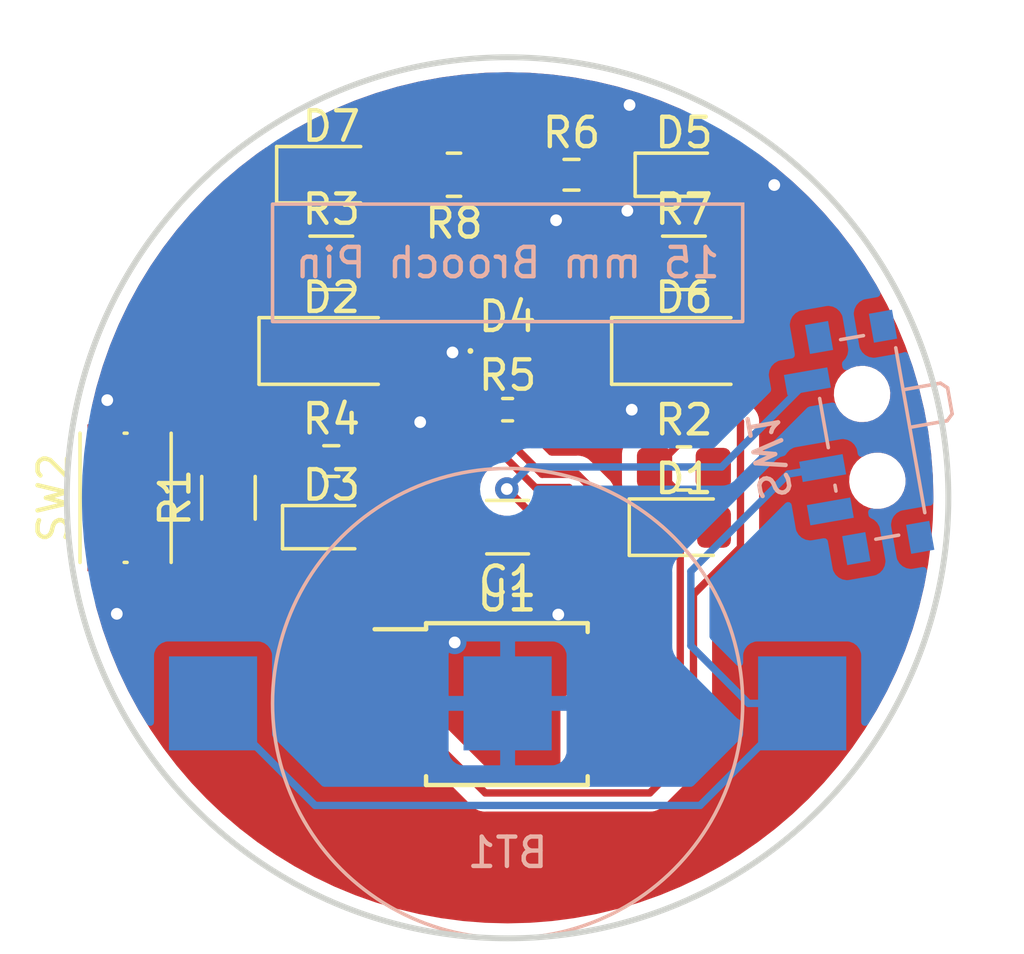
<source format=kicad_pcb>
(kicad_pcb (version 20211014) (generator pcbnew)
  (layers (0 "F.Cu" signal) (31 "B.Cu" signal) (34 "B.Paste" user) (35 "F.Paste" user) (36 "B.SilkS" user "B.Silkscreen") (37 "F.SilkS" user "F.Silkscreen") (38 "B.Mask" user) (39 "F.Mask" user) (44 "Edge.Cuts" user))
  (net 0 "")
  (net 1 "Net-(BT1-Pad1)")
  (net 2 "GND")
  (net 3 "+3V3")
  (net 4 "Net-(D1-Pad2)")
  (net 5 "Net-(D2-Pad2)")
  (net 6 "Net-(D3-Pad2)")
  (net 7 "Net-(D4-Pad2)")
  (net 8 "Net-(D5-Pad2)")
  (net 9 "Net-(D6-Pad2)")
  (net 10 "Net-(D7-Pad2)")
  (net 11 "/Dice_Button")
  (net 12 "/LED_4")
  (net 13 "/LED_6")
  (net 14 "/LED_2")
  (net 15 "/LED_1")
  (footprint "Capacitor_SMD:C_1206_3216Metric_Pad1.33x1.80mm_HandSolder" (layer "F.Cu") (at 100 51 180)
    (fp_text reference "C1" (at 0 -1.85) (layer "F.SilkS"))
    (fp_text value "2u2")
    (fp_line (start -0.711252 0.91) (end 0.711252 0.91) (layer "F.SilkS") (width 0.12))
    (fp_line (start -0.711252 -0.91) (end 0.711252 -0.91) (layer "F.SilkS") (width 0.12))
    (pad "1" smd roundrect (at -1.5625 0 180) (size 1.325 1.8) (layers "F.Cu" "F.Paste" "F.Mask") (roundrect_rratio 0.188679) (net 3 "+3V3"))
    (pad "2" smd roundrect (at 1.5625 0 180) (size 1.325 1.8) (layers "F.Cu" "F.Paste" "F.Mask") (roundrect_rratio 0.188679) (net 2 "GND"))
  )
  (footprint "Resistor_SMD:R_0805_2012Metric_Pad1.20x1.40mm_HandSolder" (layer "F.Cu") (at 106 49)
    (fp_text reference "R2" (at 0 -1.65) (layer "F.SilkS"))
    (fp_text value "180")
    (fp_line (start -0.227064 0.735) (end 0.227064 0.735) (layer "F.SilkS") (width 0.12))
    (fp_line (start -0.227064 -0.735) (end 0.227064 -0.735) (layer "F.SilkS") (width 0.12))
    (pad "1" smd roundrect (at -1 0) (size 1.2 1.4) (layers "F.Cu" "F.Paste" "F.Mask") (roundrect_rratio 0.208333) (net 12 "/LED_4"))
    (pad "2" smd roundrect (at 1 0) (size 1.2 1.4) (layers "F.Cu" "F.Paste" "F.Mask") (roundrect_rratio 0.208333) (net 4 "Net-(D1-Pad2)"))
  )
  (footprint "Diode_SMD:D_0603_1608Metric_Pad1.05x0.95mm_HandSolder" (layer "F.Cu") (at 106 39)
    (fp_text reference "D5" (at 0 -1.43) (layer "F.SilkS"))
    (fp_text value "Green")
    (fp_line (start 0.8 -0.735) (end -1.66 -0.735) (layer "F.SilkS") (width 0.12))
    (fp_line (start -1.66 0.735) (end 0.8 0.735) (layer "F.SilkS") (width 0.12))
    (fp_line (start -1.66 -0.735) (end -1.66 0.735) (layer "F.SilkS") (width 0.12))
    (pad "1" smd roundrect (at -0.875 0) (size 1.05 0.95) (layers "F.Cu" "F.Paste" "F.Mask") (net 2 "GND"))
    (pad "2" smd roundrect (at 0.875 0) (size 1.05 0.95) (layers "F.Cu" "F.Paste" "F.Mask") (net 8 "Net-(D5-Pad2)"))
  )
  (footprint "Resistor_SMD:R_1206_3216Metric_Pad1.30x1.75mm_HandSolder" (layer "F.Cu") (at 94 42)
    (fp_text reference "R3" (at 0 -1.82) (layer "F.SilkS"))
    (fp_text value "120")
    (fp_line (start -0.727064 0.91) (end 0.727064 0.91) (layer "F.SilkS") (width 0.12))
    (fp_line (start -0.727064 -0.91) (end 0.727064 -0.91) (layer "F.SilkS") (width 0.12))
    (pad "1" smd roundrect (at -1.55 0) (size 1.3 1.75) (layers "F.Cu" "F.Paste" "F.Mask") (roundrect_rratio 0.192308) (net 13 "/LED_6"))
    (pad "2" smd roundrect (at 1.55 0) (size 1.3 1.75) (layers "F.Cu" "F.Paste" "F.Mask") (roundrect_rratio 0.192308) (net 5 "Net-(D2-Pad2)"))
  )
  (footprint "Diode_SMD:D_0402_1005Metric_Pad0.77x0.64mm_HandSolder" (layer "F.Cu") (at 100 45)
    (fp_text reference "D4" (at 0 -1.17) (layer "F.SilkS"))
    (fp_text value "Blue")
    (fp_circle (center -1.265 0) (end -1.215 0) (layer "F.SilkS") (width 0.1) (fill none))
    (pad "1" smd roundrect (at -0.5725 0) (size 0.765 0.64) (layers "F.Cu" "F.Paste" "F.Mask") (net 2 "GND"))
    (pad "2" smd roundrect (at 0.5725 0) (size 0.765 0.64) (layers "F.Cu" "F.Paste" "F.Mask") (net 7 "Net-(D4-Pad2)"))
  )
  (footprint "Button_Switch_SMD:SW_Push_1P1T_NO_CK_KMR2" (layer "F.Cu") (at 87 50 90)
    (fp_text reference "SW2" (at 0 -2.45 90) (layer "F.SilkS"))
    (fp_text value "Dice Roll")
    (fp_line (start -2.2 0.05) (end -2.2 -0.05) (layer "F.SilkS") (width 0.12))
    (fp_line (start 2.2 -1.55) (end -2.2 -1.55) (layer "F.SilkS") (width 0.12))
    (fp_line (start -2.2 1.55) (end 2.2 1.55) (layer "F.SilkS") (width 0.12))
    (fp_line (start 2.2 0.05) (end 2.2 -0.05) (layer "F.SilkS") (width 0.12))
    (pad "1" smd rect (at 2.05 -0.8 90) (size 0.9 1) (layers "F.Cu" "F.Paste" "F.Mask") (net 11 "/Dice_Button"))
    (pad "1" smd rect (at -2.05 -0.8 90) (size 0.9 1) (layers "F.Cu" "F.Paste" "F.Mask") (net 11 "/Dice_Button"))
    (pad "2" smd rect (at 2.05 0.8 90) (size 0.9 1) (layers "F.Cu" "F.Paste" "F.Mask") (net 3 "+3V3"))
    (pad "2" smd rect (at -2.05 0.8 90) (size 0.9 1) (layers "F.Cu" "F.Paste" "F.Mask") (net 3 "+3V3"))
  )
  (footprint "Resistor_SMD:R_0603_1608Metric_Pad0.98x0.95mm_HandSolder" (layer "F.Cu") (at 94 48.75)
    (fp_text reference "R4" (at 0 -1.43) (layer "F.SilkS"))
    (fp_text value "120")
    (fp_line (start -0.254724 0.5225) (end 0.254724 0.5225) (layer "F.SilkS") (width 0.12))
    (fp_line (start -0.254724 -0.5225) (end 0.254724 -0.5225) (layer "F.SilkS") (width 0.12))
    (pad "1" smd roundrect (at -0.9125 0) (size 0.975 0.95) (layers "F.Cu" "F.Paste" "F.Mask") (net 14 "/LED_2"))
    (pad "2" smd roundrect (at 0.9125 0) (size 0.975 0.95) (layers "F.Cu" "F.Paste" "F.Mask") (net 6 "Net-(D3-Pad2)"))
  )
  (footprint "Diode_SMD:D_1206_3216Metric_Pad1.42x1.75mm_HandSolder" (layer "F.Cu") (at 94 45)
    (fp_text reference "D2" (at 0 -1.82) (layer "F.SilkS"))
    (fp_text value "Yellow")
    (fp_line (start -2.46 1.135) (end 1.6 1.135) (layer "F.SilkS") (width 0.12))
    (fp_line (start 1.6 -1.135) (end -2.46 -1.135) (layer "F.SilkS") (width 0.12))
    (fp_line (start -2.46 -1.135) (end -2.46 1.135) (layer "F.SilkS") (width 0.12))
    (pad "1" smd roundrect (at -1.4875 0) (size 1.425 1.75) (layers "F.Cu" "F.Paste" "F.Mask") (roundrect_rratio 0.175439) (net 2 "GND"))
    (pad "2" smd roundrect (at 1.4875 0) (size 1.425 1.75) (layers "F.Cu" "F.Paste" "F.Mask") (roundrect_rratio 0.175439) (net 5 "Net-(D2-Pad2)"))
  )
  (footprint "Diode_SMD:D_0805_2012Metric_Pad1.15x1.40mm_HandSolder" (layer "F.Cu") (at 106 51)
    (fp_text reference "D1" (at 0 -1.65) (layer "F.SilkS"))
    (fp_text value "Red")
    (fp_line (start -1.86 -0.96) (end -1.86 0.96) (layer "F.SilkS") (width 0.12))
    (fp_line (start 1 -0.96) (end -1.86 -0.96) (layer "F.SilkS") (width 0.12))
    (fp_line (start -1.86 0.96) (end 1 0.96) (layer "F.SilkS") (width 0.12))
    (pad "1" smd roundrect (at -1.025 0) (size 1.15 1.4) (layers "F.Cu" "F.Paste" "F.Mask") (roundrect_rratio 0.217391) (net 2 "GND"))
    (pad "2" smd roundrect (at 1.025 0) (size 1.15 1.4) (layers "F.Cu" "F.Paste" "F.Mask") (roundrect_rratio 0.217391) (net 4 "Net-(D1-Pad2)"))
  )
  (footprint "Resistor_SMD:R_0805_2012Metric_Pad1.20x1.40mm_HandSolder" (layer "F.Cu") (at 98.175 39 180)
    (fp_text reference "R8" (at 0 -1.65) (layer "F.SilkS"))
    (fp_text value "180")
    (fp_line (start -0.227064 -0.735) (end 0.227064 -0.735) (layer "F.SilkS") (width 0.12))
    (fp_line (start -0.227064 0.735) (end 0.227064 0.735) (layer "F.SilkS") (width 0.12))
    (pad "1" smd roundrect (at -1 0 180) (size 1.2 1.4) (layers "F.Cu" "F.Paste" "F.Mask") (roundrect_rratio 0.208333) (net 12 "/LED_4"))
    (pad "2" smd roundrect (at 1 0 180) (size 1.2 1.4) (layers "F.Cu" "F.Paste" "F.Mask") (roundrect_rratio 0.208333) (net 10 "Net-(D7-Pad2)"))
  )
  (footprint "Diode_SMD:D_0805_2012Metric_Pad1.15x1.40mm_HandSolder" (layer "F.Cu") (at 94 39)
    (fp_text reference "D7" (at 0 -1.65) (layer "F.SilkS"))
    (fp_text value "Red")
    (fp_line (start -1.86 0.96) (end 1 0.96) (layer "F.SilkS") (width 0.12))
    (fp_line (start -1.86 -0.96) (end -1.86 0.96) (layer "F.SilkS") (width 0.12))
    (fp_line (start 1 -0.96) (end -1.86 -0.96) (layer "F.SilkS") (width 0.12))
    (pad "1" smd roundrect (at -1.025 0) (size 1.15 1.4) (layers "F.Cu" "F.Paste" "F.Mask") (roundrect_rratio 0.217391) (net 2 "GND"))
    (pad "2" smd roundrect (at 1.025 0) (size 1.15 1.4) (layers "F.Cu" "F.Paste" "F.Mask") (roundrect_rratio 0.217391) (net 10 "Net-(D7-Pad2)"))
  )
  (footprint "Resistor_SMD:R_1206_3216Metric_Pad1.30x1.75mm_HandSolder" (layer "F.Cu") (at 90.5 50 90)
    (fp_text reference "R1" (at 0 -1.82 90) (layer "F.SilkS"))
    (fp_text value "10k")
    (fp_line (start -0.727064 0.91) (end 0.727064 0.91) (layer "F.SilkS") (width 0.12))
    (fp_line (start -0.727064 -0.91) (end 0.727064 -0.91) (layer "F.SilkS") (width 0.12))
    (pad "1" smd roundrect (at -1.55 0 90) (size 1.3 1.75) (layers "F.Cu" "F.Paste" "F.Mask") (roundrect_rratio 0.192308) (net 11 "/Dice_Button"))
    (pad "2" smd roundrect (at 1.55 0 90) (size 1.3 1.75) (layers "F.Cu" "F.Paste" "F.Mask") (roundrect_rratio 0.192308) (net 2 "GND"))
  )
  (footprint "Resistor_SMD:R_1206_3216Metric_Pad1.30x1.75mm_HandSolder" (layer "F.Cu") (at 106 42)
    (fp_text reference "R7" (at 0 -1.82) (layer "F.SilkS"))
    (fp_text value "120")
    (fp_line (start -0.727064 0.91) (end 0.727064 0.91) (layer "F.SilkS") (width 0.12))
    (fp_line (start -0.727064 -0.91) (end 0.727064 -0.91) (layer "F.SilkS") (width 0.12))
    (pad "1" smd roundrect (at -1.55 0) (size 1.3 1.75) (layers "F.Cu" "F.Paste" "F.Mask") (roundrect_rratio 0.192308) (net 13 "/LED_6"))
    (pad "2" smd roundrect (at 1.55 0) (size 1.3 1.75) (layers "F.Cu" "F.Paste" "F.Mask") (roundrect_rratio 0.192308) (net 9 "Net-(D6-Pad2)"))
  )
  (footprint "Resistor_SMD:R_0402_1005Metric_Pad0.72x0.64mm_HandSolder" (layer "F.Cu") (at 100 47)
    (fp_text reference "R5" (at 0 -1.17) (layer "F.SilkS"))
    (fp_text value "10")
    (fp_line (start -0.167621 -0.38) (end 0.167621 -0.38) (layer "F.SilkS") (width 0.12))
    (fp_line (start -0.167621 0.38) (end 0.167621 0.38) (layer "F.SilkS") (width 0.12))
    (pad "1" smd roundrect (at -0.5975 0) (size 0.715 0.64) (layers "F.Cu" "F.Paste" "F.Mask") (net 15 "/LED_1"))
    (pad "2" smd roundrect (at 0.5975 0) (size 0.715 0.64) (layers "F.Cu" "F.Paste" "F.Mask") (net 7 "Net-(D4-Pad2)"))
  )
  (footprint "Diode_SMD:D_1206_3216Metric_Pad1.42x1.75mm_HandSolder" (layer "F.Cu") (at 106 45)
    (fp_text reference "D6" (at 0 -1.82) (layer "F.SilkS"))
    (fp_text value "Yellow")
    (fp_line (start -2.46 -1.135) (end -2.46 1.135) (layer "F.SilkS") (width 0.12))
    (fp_line (start -2.46 1.135) (end 1.6 1.135) (layer "F.SilkS") (width 0.12))
    (fp_line (start 1.6 -1.135) (end -2.46 -1.135) (layer "F.SilkS") (width 0.12))
    (pad "1" smd roundrect (at -1.4875 0) (size 1.425 1.75) (layers "F.Cu" "F.Paste" "F.Mask") (roundrect_rratio 0.175439) (net 2 "GND"))
    (pad "2" smd roundrect (at 1.4875 0) (size 1.425 1.75) (layers "F.Cu" "F.Paste" "F.Mask") (roundrect_rratio 0.175439) (net 9 "Net-(D6-Pad2)"))
  )
  (footprint "Resistor_SMD:R_0603_1608Metric_Pad0.98x0.95mm_HandSolder" (layer "F.Cu") (at 102.175 39)
    (fp_text reference "R6" (at 0 -1.43) (layer "F.SilkS"))
    (fp_text value "120")
    (fp_line (start -0.254724 0.5225) (end 0.254724 0.5225) (layer "F.SilkS") (width 0.12))
    (fp_line (start -0.254724 -0.5225) (end 0.254724 -0.5225) (layer "F.SilkS") (width 0.12))
    (pad "1" smd roundrect (at -0.9125 0) (size 0.975 0.95) (layers "F.Cu" "F.Paste" "F.Mask") (net 14 "/LED_2"))
    (pad "2" smd roundrect (at 0.9125 0) (size 0.975 0.95) (layers "F.Cu" "F.Paste" "F.Mask") (net 8 "Net-(D5-Pad2)"))
  )
  (footprint "Diode_SMD:D_0603_1608Metric_Pad1.05x0.95mm_HandSolder" (layer "F.Cu") (at 94 51)
    (fp_text reference "D3" (at 0 -1.43) (layer "F.SilkS"))
    (fp_text value "Green")
    (fp_line (start -1.66 0.735) (end 0.8 0.735) (layer "F.SilkS") (width 0.12))
    (fp_line (start 0.8 -0.735) (end -1.66 -0.735) (layer "F.SilkS") (width 0.12))
    (fp_line (start -1.66 -0.735) (end -1.66 0.735) (layer "F.SilkS") (width 0.12))
    (pad "1" smd roundrect (at -0.875 0) (size 1.05 0.95) (layers "F.Cu" "F.Paste" "F.Mask") (net 2 "GND"))
    (pad "2" smd roundrect (at 0.875 0) (size 1.05 0.95) (layers "F.Cu" "F.Paste" "F.Mask") (net 6 "Net-(D3-Pad2)"))
  )
  (footprint "Package_SO:SOIC-8W_5.3x5.3mm_P1.27mm" (layer "F.Cu") (at 99.975 57.025)
    (fp_text reference "U1" (at 0 -3.68) (layer "F.SilkS"))
    (fp_text value "ATtiny85")
    (fp_line (start 2.75 -2.755) (end 2.75 -2.455) (layer "F.SilkS") (width 0.15))
    (fp_line (start -2.75 2.755) (end -2.75 2.455) (layer "F.SilkS") (width 0.15))
    (fp_line (start -2.75 -2.755) (end 2.75 -2.755) (layer "F.SilkS") (width 0.15))
    (fp_line (start -2.75 2.755) (end 2.75 2.755) (layer "F.SilkS") (width 0.15))
    (fp_line (start -2.75 -2.55) (end -4.5 -2.55) (layer "F.SilkS") (width 0.15))
    (fp_line (start 2.75 2.755) (end 2.75 2.455) (layer "F.SilkS") (width 0.15))
    (fp_line (start -2.75 -2.755) (end -2.75 -2.55) (layer "F.SilkS") (width 0.15))
    (pad "1" smd rect (at -3.65 -1.905) (size 1.7 0.65) (layers "F.Cu" "F.Paste" "F.Mask"))
    (pad "2" smd rect (at -3.65 -0.635) (size 1.7 0.65) (layers "F.Cu" "F.Paste" "F.Mask") (net 11 "/Dice_Button"))
    (pad "3" smd rect (at -3.65 0.635) (size 1.7 0.65) (layers "F.Cu" "F.Paste" "F.Mask") (net 13 "/LED_6"))
    (pad "4" smd rect (at -3.65 1.905) (size 1.7 0.65) (layers "F.Cu" "F.Paste" "F.Mask") (net 2 "GND"))
    (pad "5" smd rect (at 3.65 1.905) (size 1.7 0.65) (layers "F.Cu" "F.Paste" "F.Mask") (net 15 "/LED_1"))
    (pad "6" smd rect (at 3.65 0.635) (size 1.7 0.65) (layers "F.Cu" "F.Paste" "F.Mask") (net 14 "/LED_2"))
    (pad "7" smd rect (at 3.65 -0.635) (size 1.7 0.65) (layers "F.Cu" "F.Paste" "F.Mask") (net 12 "/LED_4"))
    (pad "8" smd rect (at 3.65 -1.905) (size 1.7 0.65) (layers "F.Cu" "F.Paste" "F.Mask") (net 3 "+3V3"))
  )
  (footprint "brooch pin:15 mm Brooch Pin" (layer "B.Cu") (at 100 42 180)
    (fp_text reference "Pin1" hide)
    (fp_text value "15 mm Brooch Pin" (at 0 0 unlocked) (layer "B.SilkS") (effects (justify mirror)))
    (fp_rect (start -8 2) (end 8 -2) (layer "B.SilkS") (width 0.12) (fill none))
  )
  (footprint "Button_Switch_SMD:SW_SPDT_PCM12" (layer "B.Cu") (at 112 48 -80)
    (fp_text reference "SW1" (at 0 3.2 100) (layer "B.SilkS") (effects (justify mirror)))
    (fp_text value "Power")
    (fp_line (start -1.6 1.12) (end 0.1 1.12) (layer "B.SilkS") (width 0.12))
    (fp_line (start 1.4 1.12) (end 1.6 1.12) (layer "B.SilkS") (width 0.12))
    (fp_line (start -1.4 -3.02) (end -1.2 -3.23) (layer "B.SilkS") (width 0.12))
    (fp_line (start -3.45 0.07) (end -3.45 -0.72) (layer "B.SilkS") (width 0.12))
    (fp_line (start -1.2 -3.23) (end -0.3 -3.23) (layer "B.SilkS") (width 0.12))
    (fp_line (start -0.1 -3.02) (end -0.1 -1.73) (layer "B.SilkS") (width 0.12))
    (fp_line (start -0.1 -3.02) (end -0.3 -3.23) (layer "B.SilkS") (width 0.12))
    (fp_line (start -2.85 -1.73) (end 2.85 -1.73) (layer "B.SilkS") (width 0.12))
    (fp_line (start -1.4 -1.73) (end -1.4 -3.02) (layer "B.SilkS") (width 0.12))
    (fp_line (start 3.45 -0.72) (end 3.45 0.07) (layer "B.SilkS") (width 0.12))
    (pad "" np_thru_hole circle (at -1.5 -0.33 280) (size 0.9 0.9) (drill 0.9) (layers *.Cu *.Mask))
    (pad "" smd rect (at -3.65 -1.43 280) (size 1 0.8) (layers "B.Cu" "B.Paste" "B.Mask"))
    (pad "" smd rect (at 3.65 0.78 280) (size 1 0.8) (layers "B.Cu" "B.Paste" "B.Mask"))
    (pad "" np_thru_hole circle (at 1.5 -0.33 280) (size 0.9 0.9) (drill 0.9) (layers *.Cu *.Mask))
    (pad "" smd rect (at 3.65 -1.43 280) (size 1 0.8) (layers "B.Cu" "B.Paste" "B.Mask"))
    (pad "" smd rect (at -3.65 0.78 280) (size 1 0.8) (layers "B.Cu" "B.Paste" "B.Mask"))
    (pad "1" smd rect (at -2.25 1.43 280) (size 0.7 1.5) (layers "B.Cu" "B.Paste" "B.Mask") (net 3 "+3V3"))
    (pad "2" smd rect (at 0.75 1.43 280) (size 0.7 1.5) (layers "B.Cu" "B.Paste" "B.Mask") (net 1 "Net-(BT1-Pad1)"))
    (pad "3" smd rect (at 2.25 1.43 280) (size 0.7 1.5) (layers "B.Cu" "B.Paste" "B.Mask"))
  )
  (footprint "SMTM1632:SMTM1632" (layer "B.Cu") (at 100 57 180)
    (fp_text reference "BT1" (at 0 -5.08 unlocked) (layer "B.SilkS") (effects (justify mirror)))
    (fp_text value "SMTM1632")
    (fp_circle (center 0 0) (end 8 0) (layer "B.SilkS") (width 0.12) (fill none))
    (pad "1" smd rect (at 10.025 0 180) (size 3 3.2) (layers "B.Cu" "B.Paste" "B.Mask") (net 1 "Net-(BT1-Pad1)"))
    (pad "1" smd rect (at -10.025 0 180) (size 3 3.2) (layers "B.Cu" "B.Paste" "B.Mask") (net 1 "Net-(BT1-Pad1)"))
    (pad "2" smd rect (at 0 0 180) (size 3 3.2) (layers "B.Cu" "B.Paste" "B.Mask") (net 2 "GND"))
  )
  (gr_circle locked (center 100 50) (end 115 50) (layer "Edge.Cuts") (width 0.2) (fill none))
  (segment (start 106.2367 55.037) (end 106.2367 52.5032) (width 0.25) (layer "B.Cu") (net 1))
  (segment (start 106.2367 55.037) (end 108.1997 57) (width 0.25) (layer "B.Cu") (net 1))
  (segment (start 106.55 60.475) (end 93.45 60.475) (width 0.25) (layer "B.Cu") (net 1))
  (segment (start 110.025 57) (end 108.1997 57) (width 0.25) (layer "B.Cu") (net 1))
  (segment (start 110.025 57) (end 106.55 60.475) (width 0.25) (layer "B.Cu") (net 1))
  (segment (start 110.722 48.9869) (end 109.5457 49.1943) (width 0.25) (layer "B.Cu") (net 1))
  (segment (start 93.45 60.475) (end 89.975 57) (width 0.25) (layer "B.Cu") (net 1))
  (segment (start 106.2367 52.5032) (end 109.5457 49.1942) (width 0.25) (layer "B.Cu") (net 1))
  (segment (start 109.5457 49.1942) (end 109.5457 49.1943) (width 0.25) (layer "B.Cu") (net 1))
  (via (at 86.375 46.675) (size 0.8) (drill 0.4) (layers "F.Cu" "B.Cu") (net 2))
  (via (at 98.2 54.925) (size 0.8) (drill 0.4) (layers "F.Cu" "B.Cu") (net 2))
  (via (at 101.725 53.975) (size 0.8) (drill 0.4) (layers "F.Cu" "B.Cu") (net 2))
  (via (at 86.7 53.95) (size 0.8) (drill 0.4) (layers "F.Cu" "B.Cu") (net 2))
  (via (at 104.15 36.625) (size 0.8) (drill 0.4) (layers "F.Cu" "B.Cu") (net 2))
  (via (at 109.075 39.35) (size 0.8) (drill 0.4) (layers "F.Cu" "B.Cu") (net 2))
  (via (at 104.075 40.225) (size 0.8) (drill 0.4) (layers "F.Cu" "B.Cu") (net 2))
  (via (at 104.225 47) (size 0.8) (drill 0.4) (layers "F.Cu" "B.Cu") (net 2))
  (via (at 97.025 47.425) (size 0.8) (drill 0.4) (layers "F.Cu" "B.Cu") (net 2))
  (via (at 101.65 40.55) (size 0.8) (drill 0.4) (layers "F.Cu" "B.Cu") (net 2))
  (via (at 98.125 45.05) (size 0.8) (drill 0.4) (layers "F.Cu" "B.Cu") (net 2))
  (segment (start 100 57) (end 100 55.7) (width 0.25) (layer "B.Cu") (net 2))
  (segment (start 103.625 54.3194) (end 101.5625 52.2569) (width 0.25) (layer "F.Cu") (net 3))
  (segment (start 87.8 52.05) (end 87.8 51.2747) (width 0.25) (layer "F.Cu") (net 3))
  (segment (start 87.8 49.8493) (end 87.8 47.95) (width 0.25) (layer "F.Cu") (net 3))
  (segment (start 88.5127 50.562) (end 87.8 49.8493) (width 0.25) (layer "F.Cu") (net 3))
  (segment (start 93.625 53.775) (end 91.7 51.85) (width 0.25) (layer "F.Cu") (net 3))
  (segment (start 100.0444 53.775) (end 93.625 53.775) (width 0.25) (layer "F.Cu") (net 3))
  (segment (start 91.350173 50.562) (end 88.5127 50.562) (width 0.25) (layer "F.Cu") (net 3))
  (segment (start 101.5625 51) (end 101.272601 51) (width 0.25) (layer "F.Cu") (net 3))
  (segment (start 103.625 55.12) (end 103.625 54.3194) (width 0.25) (layer "F.Cu") (net 3))
  (segment (start 88.5127 50.562) (end 87.8 51.2747) (width 0.25) (layer "F.Cu") (net 3))
  (segment (start 101.5625 52.2569) (end 100.0444 53.775) (width 0.25) (layer "F.Cu") (net 3))
  (segment (start 91.7 50.911827) (end 91.350173 50.562) (width 0.25) (layer "F.Cu") (net 3))
  (segment (start 101.272601 51) (end 99.973828 49.701227) (width 0.25) (layer "F.Cu") (net 3))
  (segment (start 101.5625 52.2569) (end 101.5625 51) (width 0.25) (layer "F.Cu") (net 3))
  (segment (start 91.7 51.85) (end 91.7 50.911827) (width 0.25) (layer "F.Cu") (net 3))
  (via (at 99.973828 49.701227) (size 0.8) (drill 0.4) (layers "F.Cu" "B.Cu") (net 3))
  (segment (start 110.201 46.0325) (end 107.2835 48.95) (width 0.25) (layer "B.Cu") (net 3))
  (segment (start 100.725055 48.95) (end 99.973828 49.701227) (width 0.25) (layer "B.Cu") (net 3))
  (segment (start 107.2835 48.95) (end 100.725055 48.95) (width 0.25) (layer "B.Cu") (net 3))
  (segment (start 107 50.9375) (end 107 49) (width 0.25) (layer "F.Cu") (net 4))
  (segment (start 106.9375 51) (end 107 50.9375) (width 0.25) (layer "F.Cu") (net 4))
  (segment (start 95.4875 45) (end 95.55 44.9375) (width 0.25) (layer "F.Cu") (net 5))
  (segment (start 95.55 44.9375) (end 95.55 42) (width 0.25) (layer "F.Cu") (net 5))
  (segment (start 94.9125 50.9625) (end 94.9125 48.75) (width 0.25) (layer "F.Cu") (net 6))
  (segment (start 94.875 51) (end 94.9125 50.9625) (width 0.25) (layer "F.Cu") (net 6))
  (segment (start 100.5725 45) (end 100.5975 45.025) (width 0.25) (layer "F.Cu") (net 7))
  (segment (start 100.5975 45.025) (end 100.5975 47) (width 0.25) (layer "F.Cu") (net 7))
  (segment (start 106.875 39) (end 106.075 38.2) (width 0.25) (layer "F.Cu") (net 8))
  (segment (start 103.8875 38.2) (end 103.0875 39) (width 0.25) (layer "F.Cu") (net 8))
  (segment (start 106.075 38.2) (end 103.8875 38.2) (width 0.25) (layer "F.Cu") (net 8))
  (segment (start 107.4875 45) (end 107.55 44.9375) (width 0.25) (layer "F.Cu") (net 9))
  (segment (start 107.55 44.9375) (end 107.55 42) (width 0.25) (layer "F.Cu") (net 9))
  (segment (start 95.025 39) (end 97.175 39) (width 0.25) (layer "F.Cu") (net 10))
  (segment (start 89.2247 52.8253) (end 90.5 51.55) (width 0.25) (layer "F.Cu") (net 11))
  (segment (start 90.76431 51.55) (end 95.60431 56.39) (width 0.25) (layer "F.Cu") (net 11))
  (segment (start 86.2 52.05) (end 86.2 52.8253) (width 0.25) (layer "F.Cu") (net 11))
  (segment (start 95.60431 56.39) (end 96.325 56.39) (width 0.25) (layer "F.Cu") (net 11))
  (segment (start 86.2 52.8253) (end 89.2247 52.8253) (width 0.25) (layer "F.Cu") (net 11))
  (segment (start 86.2 47.95) (end 86.2 52.05) (width 0.25) (layer "F.Cu") (net 11))
  (segment (start 90.5 51.55) (end 90.76431 51.55) (width 0.25) (layer "F.Cu") (net 11))
  (segment (start 105.875499 58.341801) (end 104.6319 59.5854) (width 0.25) (layer "F.Cu") (net 12))
  (segment (start 102.275 38.7255) (end 102.275 39.470495) (width 0.25) (layer "F.Cu") (net 12))
  (segment (start 102.6133 59.5854) (end 102.4313 59.4034) (width 0.25) (layer "F.Cu") (net 12))
  (segment (start 103.2342 56.39) (end 103.625 56.39) (width 0.25) (layer "F.Cu") (net 12))
  (segment (start 104.6319 59.5854) (end 102.6133 59.5854) (width 0.25) (layer "F.Cu") (net 12))
  (segment (start 102.4313 59.4034) (end 102.4313 57.1929) (width 0.25) (layer "F.Cu") (net 12))
  (segment (start 100.0218 38.1532) (end 101.7027 38.1532) (width 0.25) (layer "F.Cu") (net 12))
  (segment (start 105.625 43.475) (end 105.925 43.775) (width 0.25) (layer "F.Cu") (net 12))
  (segment (start 102.4313 57.1929) (end 103.2342 56.39) (width 0.25) (layer "F.Cu") (net 12))
  (segment (start 102.9 42.288173) (end 104.086827 43.475) (width 0.25) (layer "F.Cu") (net 12))
  (segment (start 105.875499 49.875499) (end 105.875499 58.341801) (width 0.25) (layer "F.Cu") (net 12))
  (segment (start 102.9 40.095495) (end 102.9 42.288173) (width 0.25) (layer "F.Cu") (net 12))
  (segment (start 102.275 39.470495) (end 102.9 40.095495) (width 0.25) (layer "F.Cu") (net 12))
  (segment (start 105.925 48.075) (end 105 49) (width 0.25) (layer "F.Cu") (net 12))
  (segment (start 104.086827 43.475) (end 105.625 43.475) (width 0.25) (layer "F.Cu") (net 12))
  (segment (start 101.7027 38.1532) (end 102.275 38.7255) (width 0.25) (layer "F.Cu") (net 12))
  (segment (start 105 49) (end 105.875499 49.875499) (width 0.25) (layer "F.Cu") (net 12))
  (segment (start 99.175 39) (end 100.0218 38.1532) (width 0.25) (layer "F.Cu") (net 12))
  (segment (start 105.925 43.775) (end 105.925 48.075) (width 0.25) (layer "F.Cu") (net 12))
  (segment (start 97.25311 40.5862) (end 98.25 39.58931) (width 0.25) (layer "F.Cu") (net 13))
  (segment (start 107.7319 38.5006) (end 107.7319 39.5462) (width 0.25) (layer "F.Cu") (net 13))
  (segment (start 106.2011 42) (end 104.45 42) (width 0.25) (layer "F.Cu") (net 13))
  (segment (start 106.2011 41.077) (end 106.2011 42) (width 0.25) (layer "F.Cu") (net 13))
  (segment (start 107.925 47.4096) (end 107.925 51.688173) (width 0.25) (layer "F.Cu") (net 13))
  (segment (start 99.2391 60.0491) (end 96.85 57.66) (width 0.25) (layer "F.Cu") (net 13))
  (segment (start 106.374501 42.173401) (end 106.374501 45.859101) (width 0.25) (layer "F.Cu") (net 13))
  (segment (start 104.8404 60.0491) (end 99.2391 60.0491) (width 0.25) (layer "F.Cu") (net 13))
  (segment (start 92.45 42) (end 93.8638 40.5862) (width 0.25) (layer "F.Cu") (net 13))
  (segment (start 106.325 58.5645) (end 104.8404 60.0491) (width 0.25) (layer "F.Cu") (net 13))
  (segment (start 106.325 53.288173) (end 106.325 58.5645) (width 0.25) (layer "F.Cu") (net 13))
  (segment (start 96.85 57.66) (end 96.325 57.66) (width 0.25) (layer "F.Cu") (net 13))
  (segment (start 98.25 37.9) (end 98.45 37.7) (width 0.25) (layer "F.Cu") (net 13))
  (segment (start 106.374501 45.859101) (end 107.925 47.4096) (width 0.25) (layer "F.Cu") (net 13))
  (segment (start 107.925 51.688173) (end 106.325 53.288173) (width 0.25) (layer "F.Cu") (net 13))
  (segment (start 98.45 37.7) (end 106.9313 37.7) (width 0.25) (layer "F.Cu") (net 13))
  (segment (start 106.2011 42) (end 106.374501 42.173401) (width 0.25) (layer "F.Cu") (net 13))
  (segment (start 107.7319 39.5462) (end 106.2011 41.077) (width 0.25) (layer "F.Cu") (net 13))
  (segment (start 93.8638 40.5862) (end 97.25311 40.5862) (width 0.25) (layer "F.Cu") (net 13))
  (segment (start 98.25 39.58931) (end 98.25 37.9) (width 0.25) (layer "F.Cu") (net 13))
  (segment (start 106.9313 37.7) (end 107.7319 38.5006) (width 0.25) (layer "F.Cu") (net 13))
  (segment (start 102.088173 49.65) (end 102.55 50.111827) (width 0.25) (layer "F.Cu") (net 14))
  (segment (start 102.55 52.22) (end 104.975 54.645) (width 0.25) (layer "F.Cu") (net 14))
  (segment (start 96.9949 45.6977) (end 100.9472 49.65) (width 0.25) (layer "F.Cu") (net 14))
  (segment (start 104.975 54.645) (end 104.975 56.835) (width 0.25) (layer "F.Cu") (net 14))
  (segment (start 100.9472 49.65) (end 102.088173 49.65) (width 0.25) (layer "F.Cu") (net 14))
  (segment (start 98.725 40.025) (end 96.9949 41.7551) (width 0.25) (layer "F.Cu") (net 14))
  (segment (start 104.975 56.835) (end 104.15 57.66) (width 0.25) (layer "F.Cu") (net 14))
  (segment (start 96.9949 45.6977) (end 95.5764 47.1162) (width 0.25) (layer "F.Cu") (net 14))
  (segment (start 101.2625 39) (end 100.2375 40.025) (width 0.25) (layer "F.Cu") (net 14))
  (segment (start 94.7213 47.1162) (end 93.0875 48.75) (width 0.25) (layer "F.Cu") (net 14))
  (segment (start 100.2375 40.025) (end 98.725 40.025) (width 0.25) (layer "F.Cu") (net 14))
  (segment (start 104.15 57.66) (end 103.625 57.66) (width 0.25) (layer "F.Cu") (net 14))
  (segment (start 95.5764 47.1162) (end 94.7213 47.1162) (width 0.25) (layer "F.Cu") (net 14))
  (segment (start 96.9949 41.7551) (end 96.9949 45.6977) (width 0.25) (layer "F.Cu") (net 14))
  (segment (start 102.55 50.111827) (end 102.55 52.22) (width 0.25) (layer "F.Cu") (net 14))
  (segment (start 102.999501 49.824501) (end 102.999501 52.033811) (width 0.25) (layer "F.Cu") (net 15))
  (segment (start 99.4025 47) (end 99.4025 47.4275) (width 0.25) (layer "F.Cu") (net 15))
  (segment (start 101.175499 49.200499) (end 102.375499 49.200499) (width 0.25) (layer "F.Cu") (net 15))
  (segment (start 99.4025 47.4275) (end 101.175499 49.200499) (width 0.25) (layer "F.Cu") (net 15))
  (segment (start 102.375499 49.200499) (end 102.999501 49.824501) (width 0.25) (layer "F.Cu") (net 15))
  (segment (start 105.424501 54.458811) (end 105.424501 57.655499) (width 0.25) (layer "F.Cu") (net 15))
  (segment (start 105.424501 57.655499) (end 104.15 58.93) (width 0.25) (layer "F.Cu") (net 15))
  (segment (start 102.999501 52.033811) (end 105.424501 54.458811) (width 0.25) (layer "F.Cu") (net 15))
  (segment (start 104.15 58.93) (end 103.625 58.93) (width 0.25) (layer "F.Cu") (net 15))
  (zone (net 2) (net_name "GND") (layers F&B.Cu) (connect_pads (clearance 0.508)) (min_thickness 0.254) (fill yes (thermal_gap 0.508) (thermal_bridge_width 0.508) (smoothing fillet) (radius 2))
    (polygon (pts (xy 117.575 33.125) (xy 117.375 65.5) (xy 82.725 65.55) (xy 82.825 33.05)))
  )
)
</source>
